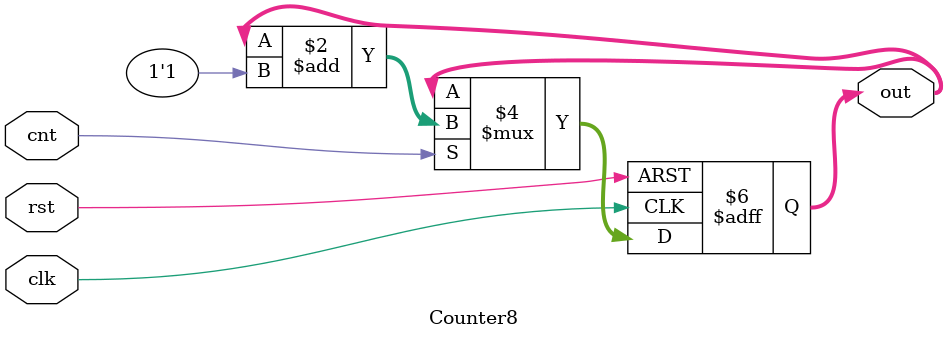
<source format=v>
module Counter8 (clk, rst, cnt, out);
    input clk ,rst ,cnt;
    output reg[7 : 0] out;

    always @(posedge clk, posedge rst) begin
        if(rst) 
            out = 1'd0;
        else if(cnt)
            out = out + 1'd1;
    end
endmodule


</source>
